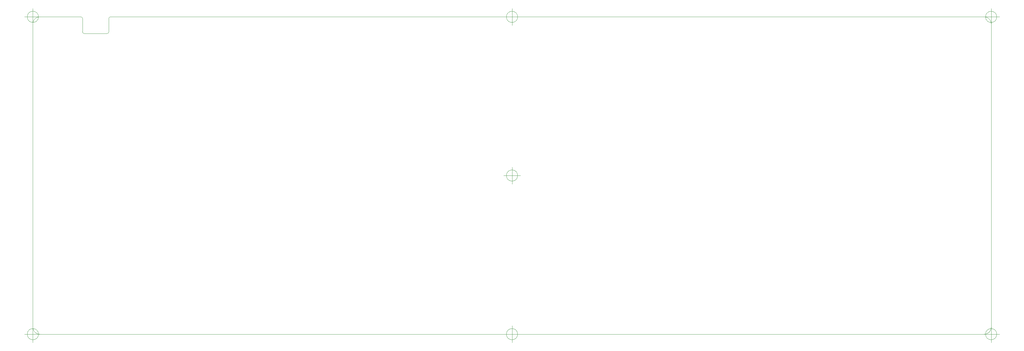
<source format=gbr>
%TF.GenerationSoftware,KiCad,Pcbnew,(5.1.9)-1*%
%TF.CreationDate,2021-04-11T15:21:24+09:00*%
%TF.ProjectId,yuiop60hh3,7975696f-7036-4306-9868-332e6b696361,1*%
%TF.SameCoordinates,Original*%
%TF.FileFunction,Profile,NP*%
%FSLAX46Y46*%
G04 Gerber Fmt 4.6, Leading zero omitted, Abs format (unit mm)*
G04 Created by KiCad (PCBNEW (5.1.9)-1) date 2021-04-11 15:21:24*
%MOMM*%
%LPD*%
G01*
G04 APERTURE LIST*
%TA.AperFunction,Profile*%
%ADD10C,0.050000*%
%TD*%
G04 APERTURE END LIST*
D10*
X72041666Y-194925160D02*
G75*
G03*
X72041666Y-194925160I-1666666J0D01*
G01*
X67875000Y-194925160D02*
X72875000Y-194925160D01*
X70375000Y-192425160D02*
X70375000Y-197425160D01*
X357041666Y-194925160D02*
G75*
G03*
X357041666Y-194925160I-1666666J0D01*
G01*
X352875000Y-194925160D02*
X357875000Y-194925160D01*
X355375000Y-192425160D02*
X355375000Y-197425160D01*
X92950000Y-100815160D02*
G75*
G02*
X93450000Y-100315160I500000J0D01*
G01*
X84650000Y-100315160D02*
G75*
G02*
X85150000Y-100815160I0J-500000D01*
G01*
X92950000Y-104815160D02*
G75*
G02*
X92450000Y-105315160I-500000J0D01*
G01*
X85650000Y-105315160D02*
G75*
G02*
X85150000Y-104815160I0J500000D01*
G01*
X84650000Y-100315160D02*
X72375000Y-100315160D01*
X92950000Y-104815160D02*
X92950000Y-100815160D01*
X85650000Y-105315160D02*
X92450000Y-105315160D01*
X85150000Y-104815160D02*
X85150000Y-100815160D01*
X355375000Y-192925160D02*
G75*
G02*
X353375000Y-194925160I-2000000J0D01*
G01*
X353375000Y-100325160D02*
G75*
G02*
X355375000Y-102325160I0J-2000000D01*
G01*
X70375000Y-102315160D02*
G75*
G02*
X72375000Y-100315160I2000000J0D01*
G01*
X72375000Y-194925160D02*
G75*
G02*
X70375000Y-192925160I0J2000000D01*
G01*
X72375000Y-194925160D02*
X353375000Y-194925160D01*
X70375000Y-102315160D02*
X70375000Y-192925160D01*
X353375000Y-100325160D02*
X93450000Y-100315160D01*
X355375000Y-192925160D02*
X355375000Y-102325160D01*
X214541666Y-100325160D02*
G75*
G03*
X214541666Y-100325160I-1666666J0D01*
G01*
X210375000Y-100325160D02*
X215375000Y-100325160D01*
X212875000Y-97825160D02*
X212875000Y-102825160D01*
X214541666Y-194925160D02*
G75*
G03*
X214541666Y-194925160I-1666666J0D01*
G01*
X210375000Y-194925160D02*
X215375000Y-194925160D01*
X212875000Y-192425160D02*
X212875000Y-197425160D01*
X214541666Y-147625160D02*
G75*
G03*
X214541666Y-147625160I-1666666J0D01*
G01*
X210375000Y-147625160D02*
X215375000Y-147625160D01*
X212875000Y-145125160D02*
X212875000Y-150125160D01*
X357041666Y-100325160D02*
G75*
G03*
X357041666Y-100325160I-1666666J0D01*
G01*
X352875000Y-100325160D02*
X357875000Y-100325160D01*
X355375000Y-97825160D02*
X355375000Y-102825160D01*
X72041666Y-100315160D02*
G75*
G03*
X72041666Y-100315160I-1666666J0D01*
G01*
X67875000Y-100315160D02*
X72875000Y-100315160D01*
X70375000Y-97815160D02*
X70375000Y-102815160D01*
M02*

</source>
